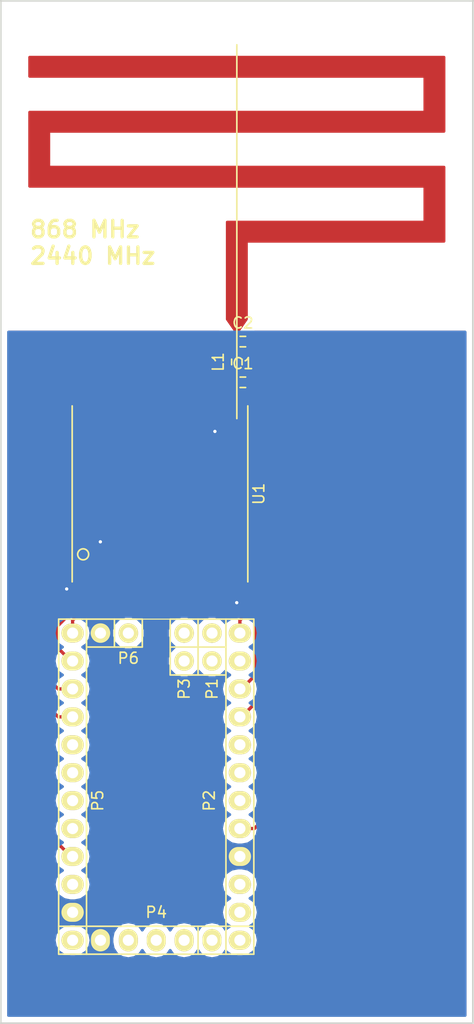
<source format=kicad_pcb>
(kicad_pcb (version 20170123) (host pcbnew "(2017-08-08 revision 53204e097)-makepkg")

  (general
    (thickness 1.6)
    (drawings 16)
    (tracks 82)
    (zones 0)
    (modules 10)
    (nets 30)
  )

  (page A4)
  (title_block
    (date "sam. 04 avril 2015")
  )

  (layers
    (0 F.Cu signal)
    (31 B.Cu signal)
    (32 B.Adhes user)
    (33 F.Adhes user)
    (34 B.Paste user)
    (35 F.Paste user)
    (36 B.SilkS user)
    (37 F.SilkS user)
    (38 B.Mask user)
    (39 F.Mask user)
    (40 Dwgs.User user)
    (41 Cmts.User user)
    (42 Eco1.User user)
    (43 Eco2.User user)
    (44 Edge.Cuts user)
    (45 Margin user)
    (46 B.CrtYd user)
    (47 F.CrtYd user)
    (48 B.Fab user)
    (49 F.Fab user hide)
  )

  (setup
    (last_trace_width 0.3)
    (user_trace_width 0.3)
    (user_trace_width 1)
    (trace_clearance 0.3)
    (zone_clearance 0.1)
    (zone_45_only no)
    (trace_min 0.2)
    (segment_width 0.1)
    (edge_width 0.1)
    (via_size 0.6)
    (via_drill 0.3)
    (via_min_size 0.4)
    (via_min_drill 0.3)
    (uvia_size 0.3)
    (uvia_drill 0.1)
    (uvias_allowed no)
    (uvia_min_size 0.2)
    (uvia_min_drill 0.1)
    (pcb_text_width 0.3)
    (pcb_text_size 1.5 1.5)
    (mod_edge_width 0.15)
    (mod_text_size 1 1)
    (mod_text_width 0.15)
    (pad_size 1.5 1.5)
    (pad_drill 0.6)
    (pad_to_mask_clearance 0)
    (aux_axis_origin 150 50)
    (grid_origin 150 50)
    (visible_elements 7FFFFFFF)
    (pcbplotparams
      (layerselection 0x00030_80000001)
      (usegerberextensions false)
      (excludeedgelayer true)
      (linewidth 0.100000)
      (plotframeref false)
      (viasonmask false)
      (mode 1)
      (useauxorigin false)
      (hpglpennumber 1)
      (hpglpenspeed 20)
      (hpglpendiameter 15)
      (psnegative false)
      (psa4output false)
      (plotreference true)
      (plotvalue true)
      (plotinvisibletext false)
      (padsonsilk false)
      (subtractmaskfromsilk false)
      (outputformat 1)
      (mirror false)
      (drillshape 1)
      (scaleselection 1)
      (outputdirectory ""))
  )

  (net 0 "")
  (net 1 "/1(Tx)")
  (net 2 "/0(Rx)")
  (net 3 /Reset)
  (net 4 GND)
  (net 5 /2)
  (net 6 "/6(**)")
  (net 7 /7)
  (net 8 "/9(**)")
  (net 9 +5V)
  (net 10 "/13(SCK)")
  (net 11 "/12(**/MOSI)")
  (net 12 "/11(MISO)")
  (net 13 "/10(**/SS)")
  (net 14 +3V3)
  (net 15 /ANT)
  (net 16 "Net-(C1-Pad1)")
  (net 17 /A4)
  (net 18 /A5)
  (net 19 /A6)
  (net 20 "/3(**)")
  (net 21 /4)
  (net 22 "/5(**)")
  (net 23 /8)
  (net 24 /A7)
  (net 25 +9V)
  (net 26 /A3)
  (net 27 /A2)
  (net 28 /A1)
  (net 29 /A0)

  (net_class Default "This is the default net class."
    (clearance 0.3)
    (trace_width 0.3)
    (via_dia 0.6)
    (via_drill 0.3)
    (uvia_dia 0.3)
    (uvia_drill 0.1)
    (add_net +3V3)
    (add_net +5V)
    (add_net +9V)
    (add_net "/0(Rx)")
    (add_net "/1(Tx)")
    (add_net "/10(**/SS)")
    (add_net "/11(MISO)")
    (add_net "/12(**/MOSI)")
    (add_net "/13(SCK)")
    (add_net /2)
    (add_net "/3(**)")
    (add_net /4)
    (add_net "/5(**)")
    (add_net "/6(**)")
    (add_net /7)
    (add_net /8)
    (add_net "/9(**)")
    (add_net /A0)
    (add_net /A1)
    (add_net /A2)
    (add_net /A3)
    (add_net /A4)
    (add_net /A5)
    (add_net /A6)
    (add_net /A7)
    (add_net /ANT)
    (add_net /Reset)
    (add_net GND)
    (add_net "Net-(C1-Pad1)")
  )

  (module Socket_Arduino_Mini:Socket_Strip_Arduino_1x12 locked (layer F.Cu) (tedit 55200D87) (tstamp 5520096F)
    (at 150.278104 129.45465 90)
    (descr "Through hole socket strip")
    (tags "socket strip")
    (path /56D73B32)
    (fp_text reference P2 (at 12.7 -2.794 90) (layer F.SilkS)
      (effects (font (size 1 1) (thickness 0.15)))
    )
    (fp_text value Digital (at 12.7 -4.064 90) (layer F.Fab)
      (effects (font (size 1 1) (thickness 0.15)))
    )
    (fp_line (start 1.27 -1.27) (end -1.27 -1.27) (layer F.SilkS) (width 0.15))
    (fp_line (start -1.27 -1.27) (end -1.27 1.27) (layer F.SilkS) (width 0.15))
    (fp_line (start -1.27 1.27) (end 1.27 1.27) (layer F.SilkS) (width 0.15))
    (fp_line (start -1.75 -1.75) (end -1.75 1.75) (layer F.CrtYd) (width 0.05))
    (fp_line (start 29.7 -1.75) (end 29.7 1.75) (layer F.CrtYd) (width 0.05))
    (fp_line (start -1.75 -1.75) (end 29.7 -1.75) (layer F.CrtYd) (width 0.05))
    (fp_line (start -1.75 1.75) (end 29.7 1.75) (layer F.CrtYd) (width 0.05))
    (fp_line (start 1.27 1.27) (end 29.21 1.27) (layer F.SilkS) (width 0.15))
    (fp_line (start 29.21 1.27) (end 29.21 -1.27) (layer F.SilkS) (width 0.15))
    (fp_line (start 29.21 -1.27) (end 1.27 -1.27) (layer F.SilkS) (width 0.15))
    (fp_line (start 1.27 1.27) (end 1.27 -1.27) (layer F.SilkS) (width 0.15))
    (pad 1 thru_hole oval (at 0 0 90) (size 1.7272 2.032) (drill 1.016) (layers *.Cu *.Mask F.SilkS)
      (net 1 "/1(Tx)"))
    (pad 2 thru_hole oval (at 2.54 0 90) (size 1.7272 2.032) (drill 1.016) (layers *.Cu *.Mask F.SilkS)
      (net 2 "/0(Rx)"))
    (pad 3 thru_hole oval (at 5.08 0 90) (size 1.7272 2.032) (drill 1.016) (layers *.Cu *.Mask F.SilkS)
      (net 3 /Reset))
    (pad 4 thru_hole oval (at 7.62 0 90) (size 1.7272 2.032) (drill 1.016) (layers *.Cu *.Mask F.SilkS)
      (net 4 GND))
    (pad 5 thru_hole oval (at 10.16 0 90) (size 1.7272 2.032) (drill 1.016) (layers *.Cu *.Mask F.SilkS)
      (net 5 /2))
    (pad 6 thru_hole oval (at 12.7 0 90) (size 1.7272 2.032) (drill 1.016) (layers *.Cu *.Mask F.SilkS)
      (net 20 "/3(**)"))
    (pad 7 thru_hole oval (at 15.24 0 90) (size 1.7272 2.032) (drill 1.016) (layers *.Cu *.Mask F.SilkS)
      (net 21 /4))
    (pad 8 thru_hole oval (at 17.78 0 90) (size 1.7272 2.032) (drill 1.016) (layers *.Cu *.Mask F.SilkS)
      (net 22 "/5(**)"))
    (pad 9 thru_hole oval (at 20.32 0 90) (size 1.7272 2.032) (drill 1.016) (layers *.Cu *.Mask F.SilkS)
      (net 6 "/6(**)"))
    (pad 10 thru_hole oval (at 22.86 0 90) (size 1.7272 2.032) (drill 1.016) (layers *.Cu *.Mask F.SilkS)
      (net 7 /7))
    (pad 11 thru_hole oval (at 25.4 0 90) (size 1.7272 2.032) (drill 1.016) (layers *.Cu *.Mask F.SilkS)
      (net 23 /8))
    (pad 12 thru_hole oval (at 27.94 0 90) (size 1.7272 2.032) (drill 1.016) (layers *.Cu *.Mask F.SilkS)
      (net 8 "/9(**)"))
    (model ${KIPRJMOD}/Socket_Arduino_Mini.3dshapes/Socket_header_Arduino_1x12.wrl
      (at (xyz 0.55 0 0))
      (scale (xyz 1 1 1))
      (rotate (xyz 0 0 180))
    )
  )

  (module Socket_Arduino_Mini:Socket_Strip_Arduino_1x05 locked (layer F.Cu) (tedit 55200D73) (tstamp 55200994)
    (at 147.738104 129.45465 180)
    (descr "Through hole socket strip")
    (tags "socket strip")
    (path /56D745D9)
    (fp_text reference P4 (at 5.08 2.54 180) (layer F.SilkS)
      (effects (font (size 1 1) (thickness 0.15)))
    )
    (fp_text value COM (at 5.08 3.81 180) (layer F.Fab)
      (effects (font (size 1 1) (thickness 0.15)))
    )
    (fp_line (start 1.27 -1.27) (end -1.27 -1.27) (layer F.SilkS) (width 0.15))
    (fp_line (start -1.27 -1.27) (end -1.27 1.27) (layer F.SilkS) (width 0.15))
    (fp_line (start -1.27 1.27) (end 1.27 1.27) (layer F.SilkS) (width 0.15))
    (fp_line (start -1.75 -1.75) (end -1.75 1.75) (layer F.CrtYd) (width 0.05))
    (fp_line (start 11.95 -1.75) (end 11.95 1.75) (layer F.CrtYd) (width 0.05))
    (fp_line (start -1.75 -1.75) (end 11.95 -1.75) (layer F.CrtYd) (width 0.05))
    (fp_line (start -1.75 1.75) (end 11.95 1.75) (layer F.CrtYd) (width 0.05))
    (fp_line (start 1.27 1.27) (end 11.43 1.27) (layer F.SilkS) (width 0.15))
    (fp_line (start 11.43 1.27) (end 11.43 -1.27) (layer F.SilkS) (width 0.15))
    (fp_line (start 11.43 -1.27) (end 1.27 -1.27) (layer F.SilkS) (width 0.15))
    (fp_line (start 1.27 1.27) (end 1.27 -1.27) (layer F.SilkS) (width 0.15))
    (pad 1 thru_hole oval (at 0 0 180) (size 1.7272 2.032) (drill 1.016) (layers *.Cu *.Mask F.SilkS)
      (net 3 /Reset))
    (pad 2 thru_hole oval (at 2.54 0 180) (size 1.7272 2.032) (drill 1.016) (layers *.Cu *.Mask F.SilkS)
      (net 1 "/1(Tx)"))
    (pad 3 thru_hole oval (at 5.08 0 180) (size 1.7272 2.032) (drill 1.016) (layers *.Cu *.Mask F.SilkS)
      (net 2 "/0(Rx)"))
    (pad 4 thru_hole oval (at 7.62 0 180) (size 1.7272 2.032) (drill 1.016) (layers *.Cu *.Mask F.SilkS)
      (net 9 +5V))
    (pad 5 thru_hole oval (at 10.16 0 180) (size 1.7272 2.032) (drill 1.016) (layers *.Cu *.Mask F.SilkS)
      (net 4 GND))
  )

  (module Socket_Arduino_Mini:Socket_Strip_Arduino_1x12 locked (layer F.Cu) (tedit 55200D8E) (tstamp 552009AF)
    (at 135.038104 129.45465 90)
    (descr "Through hole socket strip")
    (tags "socket strip")
    (path /56D73C34)
    (fp_text reference P5 (at 12.7 2.286 90) (layer F.SilkS)
      (effects (font (size 1 1) (thickness 0.15)))
    )
    (fp_text value Analog (at 12.7 3.556 90) (layer F.Fab)
      (effects (font (size 1 1) (thickness 0.15)))
    )
    (fp_line (start 1.27 -1.27) (end -1.27 -1.27) (layer F.SilkS) (width 0.15))
    (fp_line (start -1.27 -1.27) (end -1.27 1.27) (layer F.SilkS) (width 0.15))
    (fp_line (start -1.27 1.27) (end 1.27 1.27) (layer F.SilkS) (width 0.15))
    (fp_line (start -1.75 -1.75) (end -1.75 1.75) (layer F.CrtYd) (width 0.05))
    (fp_line (start 29.7 -1.75) (end 29.7 1.75) (layer F.CrtYd) (width 0.05))
    (fp_line (start -1.75 -1.75) (end 29.7 -1.75) (layer F.CrtYd) (width 0.05))
    (fp_line (start -1.75 1.75) (end 29.7 1.75) (layer F.CrtYd) (width 0.05))
    (fp_line (start 1.27 1.27) (end 29.21 1.27) (layer F.SilkS) (width 0.15))
    (fp_line (start 29.21 1.27) (end 29.21 -1.27) (layer F.SilkS) (width 0.15))
    (fp_line (start 29.21 -1.27) (end 1.27 -1.27) (layer F.SilkS) (width 0.15))
    (fp_line (start 1.27 1.27) (end 1.27 -1.27) (layer F.SilkS) (width 0.15))
    (pad 1 thru_hole oval (at 0 0 90) (size 1.7272 2.032) (drill 1.016) (layers *.Cu *.Mask F.SilkS)
      (net 25 +9V))
    (pad 2 thru_hole oval (at 2.54 0 90) (size 1.7272 2.032) (drill 1.016) (layers *.Cu *.Mask F.SilkS)
      (net 4 GND))
    (pad 3 thru_hole oval (at 5.08 0 90) (size 1.7272 2.032) (drill 1.016) (layers *.Cu *.Mask F.SilkS)
      (net 3 /Reset))
    (pad 4 thru_hole oval (at 7.62 0 90) (size 1.7272 2.032) (drill 1.016) (layers *.Cu *.Mask F.SilkS)
      (net 14 +3V3))
    (pad 5 thru_hole oval (at 10.16 0 90) (size 1.7272 2.032) (drill 1.016) (layers *.Cu *.Mask F.SilkS)
      (net 26 /A3))
    (pad 6 thru_hole oval (at 12.7 0 90) (size 1.7272 2.032) (drill 1.016) (layers *.Cu *.Mask F.SilkS)
      (net 27 /A2))
    (pad 7 thru_hole oval (at 15.24 0 90) (size 1.7272 2.032) (drill 1.016) (layers *.Cu *.Mask F.SilkS)
      (net 28 /A1))
    (pad 8 thru_hole oval (at 17.78 0 90) (size 1.7272 2.032) (drill 1.016) (layers *.Cu *.Mask F.SilkS)
      (net 29 /A0))
    (pad 9 thru_hole oval (at 20.32 0 90) (size 1.7272 2.032) (drill 1.016) (layers *.Cu *.Mask F.SilkS)
      (net 10 "/13(SCK)"))
    (pad 10 thru_hole oval (at 22.86 0 90) (size 1.7272 2.032) (drill 1.016) (layers *.Cu *.Mask F.SilkS)
      (net 11 "/12(**/MOSI)"))
    (pad 11 thru_hole oval (at 25.4 0 90) (size 1.7272 2.032) (drill 1.016) (layers *.Cu *.Mask F.SilkS)
      (net 12 "/11(MISO)"))
    (pad 12 thru_hole oval (at 27.94 0 90) (size 1.7272 2.032) (drill 1.016) (layers *.Cu *.Mask F.SilkS)
      (net 13 "/10(**/SS)"))
    (model ${KIPRJMOD}/Socket_Arduino_Mini.3dshapes/Socket_header_Arduino_1x12.wrl
      (at (xyz 0.55 0 0))
      (scale (xyz 1 1 1))
      (rotate (xyz 0 0 180))
    )
  )

  (module Socket_Arduino_Mini:Socket_Strip_Arduino_1x02 locked (layer F.Cu) (tedit 55200D4B) (tstamp 55200D56)
    (at 147.738104 104.05465 90)
    (descr "Through hole socket strip")
    (tags "socket strip")
    (path /56D735B5)
    (fp_text reference P1 (at -2.54 0 90) (layer F.SilkS)
      (effects (font (size 1 1) (thickness 0.15)))
    )
    (fp_text value ADC (at -5.08 0 90) (layer F.Fab)
      (effects (font (size 1 1) (thickness 0.15)))
    )
    (fp_line (start 1.27 -1.27) (end -1.27 -1.27) (layer F.SilkS) (width 0.15))
    (fp_line (start -1.27 -1.27) (end -1.27 1.27) (layer F.SilkS) (width 0.15))
    (fp_line (start -1.27 1.27) (end 1.27 1.27) (layer F.SilkS) (width 0.15))
    (fp_line (start 3.81 1.27) (end 1.27 1.27) (layer F.SilkS) (width 0.15))
    (fp_line (start -1.75 -1.75) (end -1.75 1.75) (layer F.CrtYd) (width 0.05))
    (fp_line (start 4.3 -1.75) (end 4.3 1.75) (layer F.CrtYd) (width 0.05))
    (fp_line (start -1.75 -1.75) (end 4.3 -1.75) (layer F.CrtYd) (width 0.05))
    (fp_line (start -1.75 1.75) (end 4.3 1.75) (layer F.CrtYd) (width 0.05))
    (fp_line (start 1.27 1.27) (end 1.27 -1.27) (layer F.SilkS) (width 0.15))
    (fp_line (start 1.27 -1.27) (end 3.81 -1.27) (layer F.SilkS) (width 0.15))
    (fp_line (start 3.81 -1.27) (end 3.81 1.27) (layer F.SilkS) (width 0.15))
    (pad 1 thru_hole circle (at 0 0 90) (size 1.778 1.778) (drill 1.016) (layers *.Cu *.Mask F.SilkS)
      (net 19 /A6))
    (pad 2 thru_hole circle (at 2.54 0 90) (size 1.778 1.778) (drill 1.016) (layers *.Cu *.Mask F.SilkS)
      (net 17 /A4))
  )

  (module Socket_Arduino_Mini:Socket_Strip_Arduino_1x02 locked (layer F.Cu) (tedit 55200D52) (tstamp 55200D67)
    (at 145.198104 104.05465 90)
    (descr "Through hole socket strip")
    (tags "socket strip")
    (path /56D737EA)
    (fp_text reference P3 (at -2.54 0 90) (layer F.SilkS)
      (effects (font (size 1 1) (thickness 0.15)))
    )
    (fp_text value ADC (at -5.08 0 90) (layer F.Fab)
      (effects (font (size 1 1) (thickness 0.15)))
    )
    (fp_line (start 1.27 -1.27) (end -1.27 -1.27) (layer F.SilkS) (width 0.15))
    (fp_line (start -1.27 -1.27) (end -1.27 1.27) (layer F.SilkS) (width 0.15))
    (fp_line (start -1.27 1.27) (end 1.27 1.27) (layer F.SilkS) (width 0.15))
    (fp_line (start 3.81 1.27) (end 1.27 1.27) (layer F.SilkS) (width 0.15))
    (fp_line (start -1.75 -1.75) (end -1.75 1.75) (layer F.CrtYd) (width 0.05))
    (fp_line (start 4.3 -1.75) (end 4.3 1.75) (layer F.CrtYd) (width 0.05))
    (fp_line (start -1.75 -1.75) (end 4.3 -1.75) (layer F.CrtYd) (width 0.05))
    (fp_line (start -1.75 1.75) (end 4.3 1.75) (layer F.CrtYd) (width 0.05))
    (fp_line (start 1.27 1.27) (end 1.27 -1.27) (layer F.SilkS) (width 0.15))
    (fp_line (start 1.27 -1.27) (end 3.81 -1.27) (layer F.SilkS) (width 0.15))
    (fp_line (start 3.81 -1.27) (end 3.81 1.27) (layer F.SilkS) (width 0.15))
    (pad 1 thru_hole circle (at 0 0 90) (size 1.778 1.778) (drill 1.016) (layers *.Cu *.Mask F.SilkS)
      (net 24 /A7))
    (pad 2 thru_hole circle (at 2.54 0 90) (size 1.778 1.778) (drill 1.016) (layers *.Cu *.Mask F.SilkS)
      (net 18 /A5))
  )

  (module Socket_Arduino_Mini:Socket_Strip_Arduino_1x02 locked (layer F.Cu) (tedit 55200D5C) (tstamp 55200D78)
    (at 140.118104 101.51465 180)
    (descr "Through hole socket strip")
    (tags "socket strip")
    (path /56D7390A)
    (fp_text reference P6 (at 0 -2.286 180) (layer F.SilkS)
      (effects (font (size 1 1) (thickness 0.15)))
    )
    (fp_text value PWR (at 0 -3.81 180) (layer F.Fab)
      (effects (font (size 1 1) (thickness 0.15)))
    )
    (fp_line (start 1.27 -1.27) (end -1.27 -1.27) (layer F.SilkS) (width 0.15))
    (fp_line (start -1.27 -1.27) (end -1.27 1.27) (layer F.SilkS) (width 0.15))
    (fp_line (start -1.27 1.27) (end 1.27 1.27) (layer F.SilkS) (width 0.15))
    (fp_line (start 3.81 1.27) (end 1.27 1.27) (layer F.SilkS) (width 0.15))
    (fp_line (start -1.75 -1.75) (end -1.75 1.75) (layer F.CrtYd) (width 0.05))
    (fp_line (start 4.3 -1.75) (end 4.3 1.75) (layer F.CrtYd) (width 0.05))
    (fp_line (start -1.75 -1.75) (end 4.3 -1.75) (layer F.CrtYd) (width 0.05))
    (fp_line (start -1.75 1.75) (end 4.3 1.75) (layer F.CrtYd) (width 0.05))
    (fp_line (start 1.27 1.27) (end 1.27 -1.27) (layer F.SilkS) (width 0.15))
    (fp_line (start 1.27 -1.27) (end 3.81 -1.27) (layer F.SilkS) (width 0.15))
    (fp_line (start 3.81 -1.27) (end 3.81 1.27) (layer F.SilkS) (width 0.15))
    (pad 1 thru_hole circle (at 0 0 180) (size 1.778 1.778) (drill 1.016) (layers *.Cu *.Mask F.SilkS)
      (net 9 +5V))
    (pad 2 thru_hole circle (at 2.54 0 180) (size 1.778 1.778) (drill 1.016) (layers *.Cu *.Mask F.SilkS)
      (net 4 GND))
  )

  (module footprints:RFM95W (layer F.Cu) (tedit 55FF1E5D) (tstamp 5A1F8DFD)
    (at 143 88.85 90)
    (path /5A1D2B73)
    (attr smd)
    (fp_text reference U1 (at 0 9 90) (layer F.SilkS)
      (effects (font (size 1 1) (thickness 0.15)))
    )
    (fp_text value RFM95W-868S2 (at 0 -9 90) (layer F.Fab)
      (effects (font (size 1 1) (thickness 0.15)))
    )
    (fp_circle (center -5.5 -7) (end -5.5 -6.5) (layer F.SilkS) (width 0.15))
    (fp_line (start -8 8) (end 8 8) (layer F.SilkS) (width 0.15))
    (fp_line (start -8 -8) (end 8 -8) (layer F.SilkS) (width 0.15))
    (pad 1 smd rect (at -8 -7 90) (size 2.5 1.2) (layers F.Cu F.Paste F.Mask)
      (net 4 GND))
    (pad 2 smd rect (at -8 -5 90) (size 2.5 1.2) (layers F.Cu F.Paste F.Mask)
      (net 12 "/11(MISO)"))
    (pad 3 smd rect (at -8 -3 90) (size 2.5 1.2) (layers F.Cu F.Paste F.Mask)
      (net 11 "/12(**/MOSI)"))
    (pad 4 smd rect (at -8 -1 90) (size 2.5 1.2) (layers F.Cu F.Paste F.Mask)
      (net 10 "/13(SCK)"))
    (pad 5 smd rect (at -8 1 90) (size 2.5 1.2) (layers F.Cu F.Paste F.Mask)
      (net 13 "/10(**/SS)"))
    (pad 6 smd rect (at -8 3 90) (size 2.5 1.2) (layers F.Cu F.Paste F.Mask)
      (net 8 "/9(**)"))
    (pad 7 smd rect (at -8 5 90) (size 2.5 1.2) (layers F.Cu F.Paste F.Mask))
    (pad 8 smd rect (at -8 7 90) (size 2.5 1.2) (layers F.Cu F.Paste F.Mask)
      (net 4 GND))
    (pad 9 smd rect (at 8 7 90) (size 2.5 1.2) (layers F.Cu F.Paste F.Mask)
      (net 16 "Net-(C1-Pad1)"))
    (pad 10 smd rect (at 8 5 90) (size 2.5 1.2) (layers F.Cu F.Paste F.Mask)
      (net 4 GND))
    (pad 11 smd rect (at 8 3 90) (size 2.5 1.2) (layers F.Cu F.Paste F.Mask))
    (pad 12 smd rect (at 8 1 90) (size 2.5 1.2) (layers F.Cu F.Paste F.Mask))
    (pad 13 smd rect (at 8 -1 90) (size 2.5 1.2) (layers F.Cu F.Paste F.Mask)
      (net 14 +3V3))
    (pad 14 smd rect (at 8 -3 90) (size 2.5 1.2) (layers F.Cu F.Paste F.Mask)
      (net 5 /2))
    (pad 15 smd rect (at 8 -5 90) (size 2.5 1.2) (layers F.Cu F.Paste F.Mask)
      (net 6 "/6(**)"))
    (pad 16 smd rect (at 8 -7 90) (size 2.5 1.2) (layers F.Cu F.Paste F.Mask)
      (net 7 /7))
    (model C:/Engineering/KiCAD_Libraries/3D/Modules/VRML/RFM95W.wrl
      (at (xyz 0 0 0))
      (scale (xyz 1 1 1))
      (rotate (xyz 0 0 0))
    )
  )

  (module Capacitors_SMD:C_0402 (layer F.Cu) (tedit 5415D599) (tstamp 5A242303)
    (at 150.55 78.7)
    (descr "Capacitor SMD 0402, reflow soldering, AVX (see smccp.pdf)")
    (tags "capacitor 0402")
    (path /5A1D4CFC)
    (attr smd)
    (fp_text reference C1 (at 0 -1.7) (layer F.SilkS)
      (effects (font (size 1 1) (thickness 0.15)))
    )
    (fp_text value C (at 0 1.7) (layer F.Fab)
      (effects (font (size 1 1) (thickness 0.15)))
    )
    (fp_line (start -1.15 -0.6) (end 1.15 -0.6) (layer F.CrtYd) (width 0.05))
    (fp_line (start -1.15 0.6) (end 1.15 0.6) (layer F.CrtYd) (width 0.05))
    (fp_line (start -1.15 -0.6) (end -1.15 0.6) (layer F.CrtYd) (width 0.05))
    (fp_line (start 1.15 -0.6) (end 1.15 0.6) (layer F.CrtYd) (width 0.05))
    (fp_line (start 0.25 -0.475) (end -0.25 -0.475) (layer F.SilkS) (width 0.15))
    (fp_line (start -0.25 0.475) (end 0.25 0.475) (layer F.SilkS) (width 0.15))
    (pad 1 smd rect (at -0.55 0) (size 0.6 0.5) (layers F.Cu F.Paste F.Mask)
      (net 16 "Net-(C1-Pad1)"))
    (pad 2 smd rect (at 0.55 0) (size 0.6 0.5) (layers F.Cu F.Paste F.Mask)
      (net 4 GND))
    (model Capacitors_SMD.3dshapes/C_0402.wrl
      (at (xyz 0 0 0))
      (scale (xyz 1 1 1))
      (rotate (xyz 0 0 0))
    )
  )

  (module Capacitors_SMD:C_0402 (layer F.Cu) (tedit 5415D599) (tstamp 5A24230F)
    (at 150.55 75)
    (descr "Capacitor SMD 0402, reflow soldering, AVX (see smccp.pdf)")
    (tags "capacitor 0402")
    (path /5A1D4D32)
    (attr smd)
    (fp_text reference C2 (at 0 -1.7) (layer F.SilkS)
      (effects (font (size 1 1) (thickness 0.15)))
    )
    (fp_text value C (at 0 1.7) (layer F.Fab)
      (effects (font (size 1 1) (thickness 0.15)))
    )
    (fp_line (start -0.25 0.475) (end 0.25 0.475) (layer F.SilkS) (width 0.15))
    (fp_line (start 0.25 -0.475) (end -0.25 -0.475) (layer F.SilkS) (width 0.15))
    (fp_line (start 1.15 -0.6) (end 1.15 0.6) (layer F.CrtYd) (width 0.05))
    (fp_line (start -1.15 -0.6) (end -1.15 0.6) (layer F.CrtYd) (width 0.05))
    (fp_line (start -1.15 0.6) (end 1.15 0.6) (layer F.CrtYd) (width 0.05))
    (fp_line (start -1.15 -0.6) (end 1.15 -0.6) (layer F.CrtYd) (width 0.05))
    (pad 2 smd rect (at 0.55 0) (size 0.6 0.5) (layers F.Cu F.Paste F.Mask)
      (net 4 GND))
    (pad 1 smd rect (at -0.55 0) (size 0.6 0.5) (layers F.Cu F.Paste F.Mask)
      (net 15 /ANT))
    (model Capacitors_SMD.3dshapes/C_0402.wrl
      (at (xyz 0 0 0))
      (scale (xyz 1 1 1))
      (rotate (xyz 0 0 0))
    )
  )

  (module Capacitors_SMD:C_0402 (layer F.Cu) (tedit 5415D599) (tstamp 5A24231B)
    (at 150 76.85 90)
    (descr "Capacitor SMD 0402, reflow soldering, AVX (see smccp.pdf)")
    (tags "capacitor 0402")
    (path /5A1D4D69)
    (attr smd)
    (fp_text reference L1 (at 0 -1.7 90) (layer F.SilkS)
      (effects (font (size 1 1) (thickness 0.15)))
    )
    (fp_text value L (at 0 1.7 90) (layer F.Fab)
      (effects (font (size 1 1) (thickness 0.15)))
    )
    (fp_line (start -1.15 -0.6) (end 1.15 -0.6) (layer F.CrtYd) (width 0.05))
    (fp_line (start -1.15 0.6) (end 1.15 0.6) (layer F.CrtYd) (width 0.05))
    (fp_line (start -1.15 -0.6) (end -1.15 0.6) (layer F.CrtYd) (width 0.05))
    (fp_line (start 1.15 -0.6) (end 1.15 0.6) (layer F.CrtYd) (width 0.05))
    (fp_line (start 0.25 -0.475) (end -0.25 -0.475) (layer F.SilkS) (width 0.15))
    (fp_line (start -0.25 0.475) (end 0.25 0.475) (layer F.SilkS) (width 0.15))
    (pad 1 smd rect (at -0.55 0 90) (size 0.6 0.5) (layers F.Cu F.Paste F.Mask)
      (net 16 "Net-(C1-Pad1)"))
    (pad 2 smd rect (at 0.55 0 90) (size 0.6 0.5) (layers F.Cu F.Paste F.Mask)
      (net 15 /ANT))
    (model Capacitors_SMD.3dshapes/C_0402.wrl
      (at (xyz 0 0 0))
      (scale (xyz 1 1 1))
      (rotate (xyz 0 0 0))
    )
  )

  (gr_text "868 MHz\n2440 MHz" (at 131 66) (layer F.SilkS)
    (effects (font (size 1.5 1.5) (thickness 0.3)) (justify left))
  )
  (gr_line (start 133.768104 100.24465) (end 133.768104 130.72465) (angle 90) (layer F.SilkS) (width 0.1))
  (gr_line (start 128.5 44) (end 128.5 137) (layer Edge.Cuts) (width 0.15))
  (gr_line (start 171.546486 44) (end 128.5 44) (layer Edge.Cuts) (width 0.15))
  (gr_line (start 171.5 137) (end 171.5 44) (layer Edge.Cuts) (width 0.15))
  (gr_line (start 128.5 137) (end 171.5 137) (layer Edge.Cuts) (width 0.15))
  (gr_line (start 150 48) (end 150 82) (layer F.SilkS) (width 0.15))
  (gr_text 1 (at 152.564104 129.70865 180) (layer Dwgs.User)
    (effects (font (size 1.5 1.5) (thickness 0.3)))
  )
  (gr_line (start 145.960104 127.04165) (end 148.500104 127.04165) (angle 90) (layer Dwgs.User) (width 0.15))
  (gr_line (start 145.960104 124.24765) (end 145.960104 127.04165) (angle 90) (layer Dwgs.User) (width 0.15))
  (gr_line (start 148.500104 124.24765) (end 148.500104 127.04165) (angle 90) (layer Dwgs.User) (width 0.15))
  (gr_line (start 145.960104 124.24765) (end 148.500104 124.24765) (angle 90) (layer Dwgs.User) (width 0.15))
  (gr_circle (center 147.230104 125.64465) (end 147.992104 125.64465) (layer Dwgs.User) (width 0.15))
  (gr_line (start 151.548104 130.72465) (end 151.548104 100.24465) (angle 90) (layer F.SilkS) (width 0.1))
  (gr_line (start 133.768104 130.72465) (end 151.548104 130.72465) (angle 90) (layer F.SilkS) (width 0.1))
  (gr_line (start 151.548104 100.24465) (end 133.768104 100.24465) (angle 90) (layer F.SilkS) (width 0.1))

  (segment (start 134.5 97.45) (end 134.5 97.5) (width 0.3) (layer F.Cu) (net 4))
  (segment (start 135.1 96.85) (end 134.5 97.45) (width 0.3) (layer F.Cu) (net 4))
  (segment (start 136 96.85) (end 135.1 96.85) (width 0.3) (layer F.Cu) (net 4))
  (via (at 134.5 97.5) (size 0.6) (drill 0.3) (layers F.Cu B.Cu) (net 4))
  (segment (start 148 80.85) (end 148 83.167176) (width 0.3) (layer F.Cu) (net 4))
  (segment (start 148 83.167176) (end 148.002614 83.16979) (width 0.3) (layer F.Cu) (net 4))
  (via (at 148.002614 83.16979) (size 0.6) (drill 0.3) (layers F.Cu B.Cu) (net 4))
  (segment (start 150 96.85) (end 150 98.738468) (width 0.3) (layer F.Cu) (net 4))
  (segment (start 150 98.738468) (end 149.990969 98.747499) (width 0.3) (layer F.Cu) (net 4))
  (via (at 149.990969 98.747499) (size 0.6) (drill 0.3) (layers F.Cu B.Cu) (net 4))
  (segment (start 137.578104 101.51465) (end 137.578104 93.222468) (width 0.3) (layer B.Cu) (net 4))
  (segment (start 137.578104 93.222468) (end 137.56703 93.211394) (width 0.3) (layer B.Cu) (net 4))
  (via (at 137.56703 93.211394) (size 0.6) (drill 0.3) (layers F.Cu B.Cu) (net 4))
  (segment (start 152.482602 78.694062) (end 152.476664 78.7) (width 0.3) (layer F.Cu) (net 4))
  (segment (start 152.476664 78.7) (end 151.1 78.7) (width 0.3) (layer F.Cu) (net 4))
  (segment (start 152.482602 74.993568) (end 152.482602 78.694062) (width 0.3) (layer F.Cu) (net 4))
  (segment (start 151.706432 74.993568) (end 152.482602 74.993568) (width 0.3) (layer F.Cu) (net 4))
  (segment (start 151.1 75) (end 151.7 75) (width 0.3) (layer F.Cu) (net 4))
  (segment (start 151.7 75) (end 151.706432 74.993568) (width 0.3) (layer F.Cu) (net 4))
  (segment (start 150.278104 119.29465) (end 151.594104 119.29465) (width 0.3) (layer F.Cu) (net 5))
  (segment (start 153 94.5) (end 140 81.5) (width 0.3) (layer F.Cu) (net 5))
  (segment (start 151.594104 119.29465) (end 153 117.888754) (width 0.3) (layer F.Cu) (net 5))
  (segment (start 153 117.888754) (end 153 94.5) (width 0.3) (layer F.Cu) (net 5))
  (segment (start 140 81.5) (end 140 80.85) (width 0.3) (layer F.Cu) (net 5))
  (segment (start 152.344123 107.221031) (end 152.344123 94.837037) (width 0.3) (layer F.Cu) (net 6))
  (segment (start 140.507086 83) (end 139.5 83) (width 0.3) (layer F.Cu) (net 6))
  (segment (start 150.278104 109.13465) (end 150.430504 109.13465) (width 0.3) (layer F.Cu) (net 6))
  (segment (start 138 81.5) (end 138 80.85) (width 0.3) (layer F.Cu) (net 6))
  (segment (start 150.430504 109.13465) (end 152.344123 107.221031) (width 0.3) (layer F.Cu) (net 6))
  (segment (start 152.344123 94.837037) (end 140.507086 83) (width 0.3) (layer F.Cu) (net 6))
  (segment (start 139.5 83) (end 138 81.5) (width 0.3) (layer F.Cu) (net 6))
  (segment (start 138.100011 83.600011) (end 136 81.5) (width 0.3) (layer F.Cu) (net 7))
  (segment (start 136 81.5) (end 136 80.85) (width 0.3) (layer F.Cu) (net 7))
  (segment (start 140.258555 83.600011) (end 138.100011 83.600011) (width 0.3) (layer F.Cu) (net 7))
  (segment (start 151.744112 105.281042) (end 151.744112 95.085568) (width 0.3) (layer F.Cu) (net 7))
  (segment (start 150.430504 106.59465) (end 151.744112 105.281042) (width 0.3) (layer F.Cu) (net 7))
  (segment (start 150.278104 106.59465) (end 150.430504 106.59465) (width 0.3) (layer F.Cu) (net 7))
  (segment (start 151.744112 95.085568) (end 140.258555 83.600011) (width 0.3) (layer F.Cu) (net 7))
  (segment (start 150.278104 101.51465) (end 150.278104 100.35105) (width 0.3) (layer F.Cu) (net 8))
  (segment (start 151.050001 99.579153) (end 151.050001 95.239999) (width 0.3) (layer F.Cu) (net 8))
  (segment (start 150.278104 100.35105) (end 151.050001 99.579153) (width 0.3) (layer F.Cu) (net 8))
  (segment (start 151.050001 95.239999) (end 150.960001 95.149999) (width 0.3) (layer F.Cu) (net 8))
  (segment (start 150.960001 95.149999) (end 147.050001 95.149999) (width 0.3) (layer F.Cu) (net 8))
  (segment (start 147.050001 95.149999) (end 146 96.2) (width 0.3) (layer F.Cu) (net 8))
  (segment (start 146 96.2) (end 146 96.85) (width 0.3) (layer F.Cu) (net 8))
  (segment (start 135.038104 109.13465) (end 133.722104 109.13465) (width 0.3) (layer F.Cu) (net 10))
  (segment (start 133.722104 109.13465) (end 132.372074 107.78462) (width 0.3) (layer F.Cu) (net 10))
  (segment (start 132.372074 107.78462) (end 132.372075 96.969381) (width 0.3) (layer F.Cu) (net 10))
  (segment (start 132.372075 96.969381) (end 134.791467 94.549989) (width 0.3) (layer F.Cu) (net 10))
  (segment (start 134.791467 94.549989) (end 140.349989 94.549989) (width 0.3) (layer F.Cu) (net 10))
  (segment (start 142 96.2) (end 142 96.85) (width 0.3) (layer F.Cu) (net 10))
  (segment (start 140.349989 94.549989) (end 142 96.2) (width 0.3) (layer F.Cu) (net 10))
  (segment (start 135.038104 106.59465) (end 133.722104 106.59465) (width 0.3) (layer F.Cu) (net 11))
  (segment (start 133.722104 106.59465) (end 132.972084 105.84463) (width 0.3) (layer F.Cu) (net 11))
  (segment (start 132.972084 105.84463) (end 132.972084 97.217914) (width 0.3) (layer F.Cu) (net 11))
  (segment (start 132.972084 97.217914) (end 135.039999 95.149999) (width 0.3) (layer F.Cu) (net 11))
  (segment (start 138.949999 95.149999) (end 140 96.2) (width 0.3) (layer F.Cu) (net 11))
  (segment (start 135.039999 95.149999) (end 138.949999 95.149999) (width 0.3) (layer F.Cu) (net 11))
  (segment (start 140 96.2) (end 140 96.85) (width 0.3) (layer F.Cu) (net 11))
  (segment (start 135.038104 104.05465) (end 134.885704 104.05465) (width 0.3) (layer F.Cu) (net 12))
  (segment (start 134.885704 104.05465) (end 133.572094 102.74104) (width 0.3) (layer F.Cu) (net 12))
  (segment (start 135.640622 98.899989) (end 137.600011 98.899989) (width 0.3) (layer F.Cu) (net 12))
  (segment (start 133.572094 102.74104) (end 133.572094 100.968518) (width 0.3) (layer F.Cu) (net 12))
  (segment (start 133.572094 100.968518) (end 135.640622 98.899989) (width 0.3) (layer F.Cu) (net 12))
  (segment (start 137.600011 98.899989) (end 138 98.5) (width 0.3) (layer F.Cu) (net 12))
  (segment (start 138 98.5) (end 138 96.85) (width 0.3) (layer F.Cu) (net 12))
  (segment (start 142 99.5) (end 144 97.5) (width 0.3) (layer F.Cu) (net 13))
  (segment (start 144 97.5) (end 144 96.85) (width 0.3) (layer F.Cu) (net 13))
  (segment (start 135.038104 101.51465) (end 135.038104 100.35105) (width 0.3) (layer F.Cu) (net 13))
  (segment (start 135.038104 100.35105) (end 135.889154 99.5) (width 0.3) (layer F.Cu) (net 13))
  (segment (start 135.889154 99.5) (end 142 99.5) (width 0.3) (layer F.Cu) (net 13))
  (segment (start 135.038104 121.83465) (end 134.885704 121.83465) (width 0.3) (layer F.Cu) (net 14))
  (segment (start 134.885704 121.83465) (end 131.772066 118.721012) (width 0.3) (layer F.Cu) (net 14))
  (segment (start 131.772066 118.721012) (end 131.772066 82.417932) (width 0.3) (layer F.Cu) (net 14))
  (segment (start 131.772066 82.417932) (end 135.039999 79.149999) (width 0.3) (layer F.Cu) (net 14))
  (segment (start 135.039999 79.149999) (end 140.949999 79.149999) (width 0.3) (layer F.Cu) (net 14))
  (segment (start 140.949999 79.149999) (end 142 80.2) (width 0.3) (layer F.Cu) (net 14))
  (segment (start 142 80.2) (end 142 80.85) (width 0.3) (layer F.Cu) (net 14))
  (segment (start 150 76.3) (end 150 75) (width 0.3) (layer F.Cu) (net 15))
  (segment (start 150 75) (end 150 72.491238) (width 0.3) (layer F.Cu) (net 15))
  (segment (start 150 77.4) (end 150 78.7) (width 0.3) (layer F.Cu) (net 16))
  (segment (start 150 80.85) (end 150 78.7) (width 0.3) (layer F.Cu) (net 16))

  (zone (net 15) (net_name /ANT) (layer F.Cu) (tstamp 0) (hatch edge 0.508)
    (priority 1)
    (connect_pads yes (clearance 0.1))
    (min_thickness 0.254)
    (fill yes (arc_segments 16) (thermal_gap 0.1) (thermal_bridge_width 0.1))
    (polygon
      (pts
        (xy 169 56) (xy 133 56) (xy 133 59) (xy 169 59) (xy 169 66)
        (xy 151 66) (xy 151 73) (xy 150.3 74) (xy 150.3 76.6) (xy 149.7 76.6)
        (xy 149.7 74) (xy 149 73) (xy 149 64) (xy 167 64) (xy 167 61)
        (xy 131 61) (xy 131 54) (xy 167 54) (xy 167 51) (xy 131 51)
        (xy 131 49) (xy 169 49)
      )
    )
    (filled_polygon
      (pts
        (xy 168.873 55.873) (xy 133 55.873) (xy 132.951399 55.882667) (xy 132.910197 55.910197) (xy 132.882667 55.951399)
        (xy 132.873 56) (xy 132.873 59) (xy 132.882667 59.048601) (xy 132.910197 59.089803) (xy 132.951399 59.117333)
        (xy 133 59.127) (xy 168.873 59.127) (xy 168.873 65.873) (xy 151 65.873) (xy 150.951399 65.882667)
        (xy 150.910197 65.910197) (xy 150.882667 65.951399) (xy 150.873 66) (xy 150.873 72.959967) (xy 150.195958 73.92717)
        (xy 150.176007 73.972529) (xy 150.173 74) (xy 150.173 76.473) (xy 149.827 76.473) (xy 149.827 74)
        (xy 149.817333 73.951399) (xy 149.804042 73.92717) (xy 149.127 72.959967) (xy 149.127 64.127) (xy 167 64.127)
        (xy 167.048601 64.117333) (xy 167.089803 64.089803) (xy 167.117333 64.048601) (xy 167.127 64) (xy 167.127 61)
        (xy 167.117333 60.951399) (xy 167.089803 60.910197) (xy 167.048601 60.882667) (xy 167 60.873) (xy 131.127 60.873)
        (xy 131.127 54.127) (xy 167 54.127) (xy 167.048601 54.117333) (xy 167.089803 54.089803) (xy 167.117333 54.048601)
        (xy 167.127 54) (xy 167.127 51) (xy 167.117333 50.951399) (xy 167.089803 50.910197) (xy 167.048601 50.882667)
        (xy 167 50.873) (xy 131.127 50.873) (xy 131.127 49.127) (xy 168.873 49.127)
      )
    )
  )
  (zone (net 4) (net_name GND) (layer F.Cu) (tstamp 0) (hatch edge 0.508)
    (connect_pads yes (clearance 0.508))
    (min_thickness 0.254)
    (fill yes (arc_segments 16) (thermal_gap 0.508) (thermal_bridge_width 0.508))
    (polygon
      (pts
        (xy 128.5 74) (xy 171.5 74) (xy 171.5 137) (xy 128.5 137)
      )
    )
    (filled_polygon
      (pts
        (xy 148.373 79.2) (xy 148.387549 79.259024) (xy 148.418697 79.297564) (xy 148.756692 79.579227) (xy 148.75256 79.6)
        (xy 148.75256 82.1) (xy 148.801843 82.347765) (xy 148.942191 82.557809) (xy 149.152235 82.698157) (xy 149.4 82.74744)
        (xy 150.6 82.74744) (xy 150.847765 82.698157) (xy 151.057809 82.557809) (xy 151.198157 82.347765) (xy 151.24744 82.1)
        (xy 151.24744 79.6) (xy 151.243308 79.579227) (xy 151.581303 79.297564) (xy 151.617333 79.248601) (xy 151.627 79.2)
        (xy 151.627 74.127) (xy 170.79 74.127) (xy 170.79 136.29) (xy 129.21 136.29) (xy 129.21 129.45465)
        (xy 133.354759 129.45465) (xy 133.468833 130.028139) (xy 133.793689 130.51432) (xy 134.27987 130.839176) (xy 134.853359 130.95325)
        (xy 135.222849 130.95325) (xy 135.796338 130.839176) (xy 136.282519 130.51432) (xy 136.607375 130.028139) (xy 136.721449 129.45465)
        (xy 136.684701 129.269905) (xy 138.619504 129.269905) (xy 138.619504 129.639395) (xy 138.733578 130.212884) (xy 139.058434 130.699065)
        (xy 139.544615 131.023921) (xy 140.118104 131.137995) (xy 140.691593 131.023921) (xy 141.177774 130.699065) (xy 141.388104 130.384284)
        (xy 141.598434 130.699065) (xy 142.084615 131.023921) (xy 142.658104 131.137995) (xy 143.231593 131.023921) (xy 143.717774 130.699065)
        (xy 143.928104 130.384284) (xy 144.138434 130.699065) (xy 144.624615 131.023921) (xy 145.198104 131.137995) (xy 145.771593 131.023921)
        (xy 146.257774 130.699065) (xy 146.468104 130.384284) (xy 146.678434 130.699065) (xy 147.164615 131.023921) (xy 147.738104 131.137995)
        (xy 148.311593 131.023921) (xy 148.797774 130.699065) (xy 148.977453 130.430157) (xy 149.033689 130.51432) (xy 149.51987 130.839176)
        (xy 150.093359 130.95325) (xy 150.462849 130.95325) (xy 151.036338 130.839176) (xy 151.522519 130.51432) (xy 151.847375 130.028139)
        (xy 151.961449 129.45465) (xy 151.847375 128.881161) (xy 151.522519 128.39498) (xy 151.207738 128.18465) (xy 151.522519 127.97432)
        (xy 151.847375 127.488139) (xy 151.961449 126.91465) (xy 151.847375 126.341161) (xy 151.522519 125.85498) (xy 151.207738 125.64465)
        (xy 151.522519 125.43432) (xy 151.847375 124.948139) (xy 151.961449 124.37465) (xy 151.847375 123.801161) (xy 151.522519 123.31498)
        (xy 151.036338 122.990124) (xy 150.462849 122.87605) (xy 150.093359 122.87605) (xy 149.51987 122.990124) (xy 149.033689 123.31498)
        (xy 148.708833 123.801161) (xy 148.594759 124.37465) (xy 148.708833 124.948139) (xy 149.033689 125.43432) (xy 149.34847 125.64465)
        (xy 149.033689 125.85498) (xy 148.708833 126.341161) (xy 148.594759 126.91465) (xy 148.708833 127.488139) (xy 149.033689 127.97432)
        (xy 149.34847 128.18465) (xy 149.033689 128.39498) (xy 148.977453 128.479143) (xy 148.797774 128.210235) (xy 148.311593 127.885379)
        (xy 147.738104 127.771305) (xy 147.164615 127.885379) (xy 146.678434 128.210235) (xy 146.468104 128.525016) (xy 146.257774 128.210235)
        (xy 145.771593 127.885379) (xy 145.198104 127.771305) (xy 144.624615 127.885379) (xy 144.138434 128.210235) (xy 143.928104 128.525016)
        (xy 143.717774 128.210235) (xy 143.231593 127.885379) (xy 142.658104 127.771305) (xy 142.084615 127.885379) (xy 141.598434 128.210235)
        (xy 141.388104 128.525016) (xy 141.177774 128.210235) (xy 140.691593 127.885379) (xy 140.118104 127.771305) (xy 139.544615 127.885379)
        (xy 139.058434 128.210235) (xy 138.733578 128.696416) (xy 138.619504 129.269905) (xy 136.684701 129.269905) (xy 136.607375 128.881161)
        (xy 136.282519 128.39498) (xy 135.796338 128.070124) (xy 135.222849 127.95605) (xy 134.853359 127.95605) (xy 134.27987 128.070124)
        (xy 133.793689 128.39498) (xy 133.468833 128.881161) (xy 133.354759 129.45465) (xy 129.21 129.45465) (xy 129.21 82.417932)
        (xy 130.987066 82.417932) (xy 130.987066 118.721012) (xy 131.046821 119.021419) (xy 131.216987 119.276091) (xy 133.424572 121.483676)
        (xy 133.354759 121.83465) (xy 133.468833 122.408139) (xy 133.793689 122.89432) (xy 134.10847 123.10465) (xy 133.793689 123.31498)
        (xy 133.468833 123.801161) (xy 133.354759 124.37465) (xy 133.468833 124.948139) (xy 133.793689 125.43432) (xy 134.27987 125.759176)
        (xy 134.853359 125.87325) (xy 135.222849 125.87325) (xy 135.796338 125.759176) (xy 136.282519 125.43432) (xy 136.607375 124.948139)
        (xy 136.721449 124.37465) (xy 136.607375 123.801161) (xy 136.282519 123.31498) (xy 135.967738 123.10465) (xy 136.282519 122.89432)
        (xy 136.607375 122.408139) (xy 136.721449 121.83465) (xy 136.607375 121.261161) (xy 136.282519 120.77498) (xy 135.967738 120.56465)
        (xy 136.282519 120.35432) (xy 136.607375 119.868139) (xy 136.721449 119.29465) (xy 136.607375 118.721161) (xy 136.282519 118.23498)
        (xy 135.967738 118.02465) (xy 136.282519 117.81432) (xy 136.607375 117.328139) (xy 136.721449 116.75465) (xy 136.607375 116.181161)
        (xy 136.282519 115.69498) (xy 135.967738 115.48465) (xy 136.282519 115.27432) (xy 136.607375 114.788139) (xy 136.721449 114.21465)
        (xy 136.607375 113.641161) (xy 136.282519 113.15498) (xy 135.967738 112.94465) (xy 136.282519 112.73432) (xy 136.607375 112.248139)
        (xy 136.721449 111.67465) (xy 136.607375 111.101161) (xy 136.282519 110.61498) (xy 135.967738 110.40465) (xy 136.282519 110.19432)
        (xy 136.607375 109.708139) (xy 136.721449 109.13465) (xy 136.607375 108.561161) (xy 136.282519 108.07498) (xy 135.967738 107.86465)
        (xy 136.282519 107.65432) (xy 136.607375 107.168139) (xy 136.721449 106.59465) (xy 136.607375 106.021161) (xy 136.282519 105.53498)
        (xy 135.967738 105.32465) (xy 136.282519 105.11432) (xy 136.607375 104.628139) (xy 136.721449 104.05465) (xy 136.607375 103.481161)
        (xy 136.282519 102.99498) (xy 135.967738 102.78465) (xy 136.282519 102.57432) (xy 136.607375 102.088139) (xy 136.721449 101.51465)
        (xy 136.607375 100.941161) (xy 136.282519 100.45498) (xy 136.139736 100.359576) (xy 136.214312 100.285) (xy 139.192757 100.285)
        (xy 138.826873 100.650246) (xy 138.594369 101.210178) (xy 138.59384 101.816462) (xy 138.825366 102.376799) (xy 139.2537 102.805881)
        (xy 139.813632 103.038385) (xy 140.419916 103.038914) (xy 140.980253 102.807388) (xy 141.409335 102.379054) (xy 141.641839 101.819122)
        (xy 141.642368 101.212838) (xy 141.410842 100.652501) (xy 141.043982 100.285) (xy 142 100.285) (xy 142.300407 100.225245)
        (xy 142.555079 100.055079) (xy 143.862718 98.74744) (xy 144.6 98.74744) (xy 144.847765 98.698157) (xy 145 98.596436)
        (xy 145.152235 98.698157) (xy 145.4 98.74744) (xy 146.6 98.74744) (xy 146.847765 98.698157) (xy 147 98.596436)
        (xy 147.152235 98.698157) (xy 147.4 98.74744) (xy 148.6 98.74744) (xy 148.847765 98.698157) (xy 149.057809 98.557809)
        (xy 149.198157 98.347765) (xy 149.24744 98.1) (xy 149.24744 95.934999) (xy 150.265001 95.934999) (xy 150.265001 99.253995)
        (xy 149.723025 99.795971) (xy 149.552859 100.050643) (xy 149.552859 100.050644) (xy 149.537757 100.126566) (xy 149.51987 100.130124)
        (xy 149.033689 100.45498) (xy 148.953487 100.575011) (xy 148.602508 100.223419) (xy 148.042576 99.990915) (xy 147.436292 99.990386)
        (xy 146.875955 100.221912) (xy 146.467768 100.629387) (xy 146.062508 100.223419) (xy 145.502576 99.990915) (xy 144.896292 99.990386)
        (xy 144.335955 100.221912) (xy 143.906873 100.650246) (xy 143.674369 101.210178) (xy 143.67384 101.816462) (xy 143.905366 102.376799)
        (xy 144.312841 102.784986) (xy 143.906873 103.190246) (xy 143.674369 103.750178) (xy 143.67384 104.356462) (xy 143.905366 104.916799)
        (xy 144.3337 105.345881) (xy 144.893632 105.578385) (xy 145.499916 105.578914) (xy 146.060253 105.347388) (xy 146.46844 104.939913)
        (xy 146.8737 105.345881) (xy 147.433632 105.578385) (xy 148.039916 105.578914) (xy 148.600253 105.347388) (xy 148.95368 104.994578)
        (xy 149.033689 105.11432) (xy 149.34847 105.32465) (xy 149.033689 105.53498) (xy 148.708833 106.021161) (xy 148.594759 106.59465)
        (xy 148.708833 107.168139) (xy 149.033689 107.65432) (xy 149.34847 107.86465) (xy 149.033689 108.07498) (xy 148.708833 108.561161)
        (xy 148.594759 109.13465) (xy 148.708833 109.708139) (xy 149.033689 110.19432) (xy 149.34847 110.40465) (xy 149.033689 110.61498)
        (xy 148.708833 111.101161) (xy 148.594759 111.67465) (xy 148.708833 112.248139) (xy 149.033689 112.73432) (xy 149.34847 112.94465)
        (xy 149.033689 113.15498) (xy 148.708833 113.641161) (xy 148.594759 114.21465) (xy 148.708833 114.788139) (xy 149.033689 115.27432)
        (xy 149.34847 115.48465) (xy 149.033689 115.69498) (xy 148.708833 116.181161) (xy 148.594759 116.75465) (xy 148.708833 117.328139)
        (xy 149.033689 117.81432) (xy 149.34847 118.02465) (xy 149.033689 118.23498) (xy 148.708833 118.721161) (xy 148.594759 119.29465)
        (xy 148.708833 119.868139) (xy 149.033689 120.35432) (xy 149.51987 120.679176) (xy 150.093359 120.79325) (xy 150.462849 120.79325)
        (xy 151.036338 120.679176) (xy 151.522519 120.35432) (xy 151.723207 120.05397) (xy 151.894511 120.019895) (xy 152.149183 119.849729)
        (xy 153.555079 118.443833) (xy 153.725245 118.189161) (xy 153.785 117.888754) (xy 153.785 94.5) (xy 153.74533 94.300568)
        (xy 153.725245 94.199593) (xy 153.555079 93.944921) (xy 142.357598 82.74744) (xy 142.6 82.74744) (xy 142.847765 82.698157)
        (xy 143 82.596436) (xy 143.152235 82.698157) (xy 143.4 82.74744) (xy 144.6 82.74744) (xy 144.847765 82.698157)
        (xy 145 82.596436) (xy 145.152235 82.698157) (xy 145.4 82.74744) (xy 146.6 82.74744) (xy 146.847765 82.698157)
        (xy 147.057809 82.557809) (xy 147.198157 82.347765) (xy 147.24744 82.1) (xy 147.24744 79.6) (xy 147.198157 79.352235)
        (xy 147.057809 79.142191) (xy 146.847765 79.001843) (xy 146.6 78.95256) (xy 145.4 78.95256) (xy 145.152235 79.001843)
        (xy 145 79.103564) (xy 144.847765 79.001843) (xy 144.6 78.95256) (xy 143.4 78.95256) (xy 143.152235 79.001843)
        (xy 143 79.103564) (xy 142.847765 79.001843) (xy 142.6 78.95256) (xy 141.862718 78.95256) (xy 141.505078 78.59492)
        (xy 141.250406 78.424754) (xy 140.949999 78.364999) (xy 135.039999 78.364999) (xy 134.739592 78.424754) (xy 134.48492 78.59492)
        (xy 131.216987 81.862853) (xy 131.046821 82.117525) (xy 131.046821 82.117526) (xy 130.987066 82.417932) (xy 129.21 82.417932)
        (xy 129.21 74.127) (xy 148.373 74.127)
      )
    )
    (filled_polygon
      (pts
        (xy 136.75256 98.1) (xy 136.755541 98.114989) (xy 135.640622 98.114989) (xy 135.340215 98.174744) (xy 135.085543 98.34491)
        (xy 133.757084 99.67337) (xy 133.757084 97.543072) (xy 135.365157 95.934999) (xy 136.75256 95.934999)
      )
    )
    (filled_polygon
      (pts
        (xy 134.75256 82.1) (xy 134.801843 82.347765) (xy 134.942191 82.557809) (xy 135.152235 82.698157) (xy 135.4 82.74744)
        (xy 136.137282 82.74744) (xy 137.544932 84.15509) (xy 137.799604 84.325256) (xy 138.100011 84.385011) (xy 139.933397 84.385011)
        (xy 149.913386 94.364999) (xy 147.050001 94.364999) (xy 146.749595 94.424754) (xy 146.494922 94.59492) (xy 146.137282 94.95256)
        (xy 145.4 94.95256) (xy 145.152235 95.001843) (xy 145 95.103564) (xy 144.847765 95.001843) (xy 144.6 94.95256)
        (xy 143.4 94.95256) (xy 143.152235 95.001843) (xy 143 95.103564) (xy 142.847765 95.001843) (xy 142.6 94.95256)
        (xy 141.862718 94.95256) (xy 140.905068 93.99491) (xy 140.650396 93.824744) (xy 140.349989 93.764989) (xy 134.791467 93.764989)
        (xy 134.49106 93.824744) (xy 134.236388 93.99491) (xy 132.557066 95.674232) (xy 132.557066 82.74309) (xy 134.75256 80.547596)
      )
    )
  )
  (zone (net 16) (net_name "Net-(C1-Pad1)") (layer F.Cu) (tstamp 0) (hatch edge 0.508)
    (priority 2)
    (connect_pads yes (clearance 0.1))
    (min_thickness 0.254)
    (fill yes (arc_segments 16) (thermal_gap 0.1) (thermal_bridge_width 0.1))
    (polygon
      (pts
        (xy 149.4 79.6) (xy 149.7 78.95) (xy 149.7 77.1) (xy 150.3 77.1) (xy 150.3 78.95)
        (xy 150.6 79.6) (xy 150.6 82.1) (xy 149.4 82.1)
      )
    )
    (filled_polygon
      (pts
        (xy 150.173 78.95) (xy 150.184689 79.00322) (xy 150.473 79.627894) (xy 150.473 81.973) (xy 149.527 81.973)
        (xy 149.527 79.627894) (xy 149.815311 79.00322) (xy 149.827 78.95) (xy 149.827 77.227) (xy 150.173 77.227)
      )
    )
  )
  (zone (net 4) (net_name GND) (layer B.Cu) (tstamp 0) (hatch edge 0.508)
    (connect_pads yes (clearance 0.5))
    (min_thickness 0.254)
    (fill yes (arc_segments 16) (thermal_gap 0.5) (thermal_bridge_width 0.5))
    (polygon
      (pts
        (xy 128.5 74) (xy 171.5 74) (xy 171.5 137) (xy 128.5 137)
      )
    )
    (filled_polygon
      (pts
        (xy 170.798 136.298) (xy 129.202 136.298) (xy 129.202 129.45465) (xy 133.362916 129.45465) (xy 133.476381 130.025078)
        (xy 133.799503 130.508663) (xy 134.283088 130.831785) (xy 134.853516 130.94525) (xy 135.222692 130.94525) (xy 135.79312 130.831785)
        (xy 136.276705 130.508663) (xy 136.599827 130.025078) (xy 136.713292 129.45465) (xy 136.676576 129.270062) (xy 138.627504 129.270062)
        (xy 138.627504 129.639238) (xy 138.740969 130.209666) (xy 139.064091 130.693251) (xy 139.547676 131.016373) (xy 140.118104 131.129838)
        (xy 140.688532 131.016373) (xy 141.172117 130.693251) (xy 141.388104 130.370004) (xy 141.604091 130.693251) (xy 142.087676 131.016373)
        (xy 142.658104 131.129838) (xy 143.228532 131.016373) (xy 143.712117 130.693251) (xy 143.928104 130.370004) (xy 144.144091 130.693251)
        (xy 144.627676 131.016373) (xy 145.198104 131.129838) (xy 145.768532 131.016373) (xy 146.252117 130.693251) (xy 146.468104 130.370004)
        (xy 146.684091 130.693251) (xy 147.167676 131.016373) (xy 147.738104 131.129838) (xy 148.308532 131.016373) (xy 148.792117 130.693251)
        (xy 148.977479 130.415838) (xy 149.039503 130.508663) (xy 149.523088 130.831785) (xy 150.093516 130.94525) (xy 150.462692 130.94525)
        (xy 151.03312 130.831785) (xy 151.516705 130.508663) (xy 151.839827 130.025078) (xy 151.953292 129.45465) (xy 151.839827 128.884222)
        (xy 151.516705 128.400637) (xy 151.193458 128.18465) (xy 151.516705 127.968663) (xy 151.839827 127.485078) (xy 151.953292 126.91465)
        (xy 151.839827 126.344222) (xy 151.516705 125.860637) (xy 151.193458 125.64465) (xy 151.516705 125.428663) (xy 151.839827 124.945078)
        (xy 151.953292 124.37465) (xy 151.839827 123.804222) (xy 151.516705 123.320637) (xy 151.03312 122.997515) (xy 150.462692 122.88405)
        (xy 150.093516 122.88405) (xy 149.523088 122.997515) (xy 149.039503 123.320637) (xy 148.716381 123.804222) (xy 148.602916 124.37465)
        (xy 148.716381 124.945078) (xy 149.039503 125.428663) (xy 149.36275 125.64465) (xy 149.039503 125.860637) (xy 148.716381 126.344222)
        (xy 148.602916 126.91465) (xy 148.716381 127.485078) (xy 149.039503 127.968663) (xy 149.36275 128.18465) (xy 149.039503 128.400637)
        (xy 148.977479 128.493462) (xy 148.792117 128.216049) (xy 148.308532 127.892927) (xy 147.738104 127.779462) (xy 147.167676 127.892927)
        (xy 146.684091 128.216049) (xy 146.468104 128.539296) (xy 146.252117 128.216049) (xy 145.768532 127.892927) (xy 145.198104 127.779462)
        (xy 144.627676 127.892927) (xy 144.144091 128.216049) (xy 143.928104 128.539296) (xy 143.712117 128.216049) (xy 143.228532 127.892927)
        (xy 142.658104 127.779462) (xy 142.087676 127.892927) (xy 141.604091 128.216049) (xy 141.388104 128.539296) (xy 141.172117 128.216049)
        (xy 140.688532 127.892927) (xy 140.118104 127.779462) (xy 139.547676 127.892927) (xy 139.064091 128.216049) (xy 138.740969 128.699634)
        (xy 138.627504 129.270062) (xy 136.676576 129.270062) (xy 136.599827 128.884222) (xy 136.276705 128.400637) (xy 135.79312 128.077515)
        (xy 135.222692 127.96405) (xy 134.853516 127.96405) (xy 134.283088 128.077515) (xy 133.799503 128.400637) (xy 133.476381 128.884222)
        (xy 133.362916 129.45465) (xy 129.202 129.45465) (xy 129.202 101.51465) (xy 133.362916 101.51465) (xy 133.476381 102.085078)
        (xy 133.799503 102.568663) (xy 134.12275 102.78465) (xy 133.799503 103.000637) (xy 133.476381 103.484222) (xy 133.362916 104.05465)
        (xy 133.476381 104.625078) (xy 133.799503 105.108663) (xy 134.12275 105.32465) (xy 133.799503 105.540637) (xy 133.476381 106.024222)
        (xy 133.362916 106.59465) (xy 133.476381 107.165078) (xy 133.799503 107.648663) (xy 134.12275 107.86465) (xy 133.799503 108.080637)
        (xy 133.476381 108.564222) (xy 133.362916 109.13465) (xy 133.476381 109.705078) (xy 133.799503 110.188663) (xy 134.12275 110.40465)
        (xy 133.799503 110.620637) (xy 133.476381 111.104222) (xy 133.362916 111.67465) (xy 133.476381 112.245078) (xy 133.799503 112.728663)
        (xy 134.12275 112.94465) (xy 133.799503 113.160637) (xy 133.476381 113.644222) (xy 133.362916 114.21465) (xy 133.476381 114.785078)
        (xy 133.799503 115.268663) (xy 134.12275 115.48465) (xy 133.799503 115.700637) (xy 133.476381 116.184222) (xy 133.362916 116.75465)
        (xy 133.476381 117.325078) (xy 133.799503 117.808663) (xy 134.12275 118.02465) (xy 133.799503 118.240637) (xy 133.476381 118.724222)
        (xy 133.362916 119.29465) (xy 133.476381 119.865078) (xy 133.799503 120.348663) (xy 134.12275 120.56465) (xy 133.799503 120.780637)
        (xy 133.476381 121.264222) (xy 133.362916 121.83465) (xy 133.476381 122.405078) (xy 133.799503 122.888663) (xy 134.12275 123.10465)
        (xy 133.799503 123.320637) (xy 133.476381 123.804222) (xy 133.362916 124.37465) (xy 133.476381 124.945078) (xy 133.799503 125.428663)
        (xy 134.283088 125.751785) (xy 134.853516 125.86525) (xy 135.222692 125.86525) (xy 135.79312 125.751785) (xy 136.276705 125.428663)
        (xy 136.599827 124.945078) (xy 136.713292 124.37465) (xy 136.599827 123.804222) (xy 136.276705 123.320637) (xy 135.953458 123.10465)
        (xy 136.276705 122.888663) (xy 136.599827 122.405078) (xy 136.713292 121.83465) (xy 136.599827 121.264222) (xy 136.276705 120.780637)
        (xy 135.953458 120.56465) (xy 136.276705 120.348663) (xy 136.599827 119.865078) (xy 136.713292 119.29465) (xy 136.599827 118.724222)
        (xy 136.276705 118.240637) (xy 135.953458 118.02465) (xy 136.276705 117.808663) (xy 136.599827 117.325078) (xy 136.713292 116.75465)
        (xy 136.599827 116.184222) (xy 136.276705 115.700637) (xy 135.953458 115.48465) (xy 136.276705 115.268663) (xy 136.599827 114.785078)
        (xy 136.713292 114.21465) (xy 136.599827 113.644222) (xy 136.276705 113.160637) (xy 135.953458 112.94465) (xy 136.276705 112.728663)
        (xy 136.599827 112.245078) (xy 136.713292 111.67465) (xy 136.599827 111.104222) (xy 136.276705 110.620637) (xy 135.953458 110.40465)
        (xy 136.276705 110.188663) (xy 136.599827 109.705078) (xy 136.713292 109.13465) (xy 136.599827 108.564222) (xy 136.276705 108.080637)
        (xy 135.953458 107.86465) (xy 136.276705 107.648663) (xy 136.599827 107.165078) (xy 136.713292 106.59465) (xy 136.599827 106.024222)
        (xy 136.276705 105.540637) (xy 135.953458 105.32465) (xy 136.276705 105.108663) (xy 136.599827 104.625078) (xy 136.713292 104.05465)
        (xy 136.599827 103.484222) (xy 136.276705 103.000637) (xy 135.953458 102.78465) (xy 136.276705 102.568663) (xy 136.599827 102.085078)
        (xy 136.653573 101.814878) (xy 138.601842 101.814878) (xy 138.832153 102.372273) (xy 139.258238 102.799103) (xy 139.81523 103.030386)
        (xy 140.418332 103.030912) (xy 140.975727 102.800601) (xy 141.402557 102.374516) (xy 141.63384 101.817524) (xy 141.633842 101.814878)
        (xy 143.681842 101.814878) (xy 143.912153 102.372273) (xy 144.324156 102.784996) (xy 143.913651 103.194784) (xy 143.682368 103.751776)
        (xy 143.681842 104.354878) (xy 143.912153 104.912273) (xy 144.338238 105.339103) (xy 144.89523 105.570386) (xy 145.498332 105.570912)
        (xy 146.055727 105.340601) (xy 146.46845 104.928598) (xy 146.878238 105.339103) (xy 147.43523 105.570386) (xy 148.038332 105.570912)
        (xy 148.595727 105.340601) (xy 148.954904 104.982051) (xy 149.039503 105.108663) (xy 149.36275 105.32465) (xy 149.039503 105.540637)
        (xy 148.716381 106.024222) (xy 148.602916 106.59465) (xy 148.716381 107.165078) (xy 149.039503 107.648663) (xy 149.36275 107.86465)
        (xy 149.039503 108.080637) (xy 148.716381 108.564222) (xy 148.602916 109.13465) (xy 148.716381 109.705078) (xy 149.039503 110.188663)
        (xy 149.36275 110.40465) (xy 149.039503 110.620637) (xy 148.716381 111.104222) (xy 148.602916 111.67465) (xy 148.716381 112.245078)
        (xy 149.039503 112.728663) (xy 149.36275 112.94465) (xy 149.039503 113.160637) (xy 148.716381 113.644222) (xy 148.602916 114.21465)
        (xy 148.716381 114.785078) (xy 149.039503 115.268663) (xy 149.36275 115.48465) (xy 149.039503 115.700637) (xy 148.716381 116.184222)
        (xy 148.602916 116.75465) (xy 148.716381 117.325078) (xy 149.039503 117.808663) (xy 149.36275 118.02465) (xy 149.039503 118.240637)
        (xy 148.716381 118.724222) (xy 148.602916 119.29465) (xy 148.716381 119.865078) (xy 149.039503 120.348663) (xy 149.523088 120.671785)
        (xy 150.093516 120.78525) (xy 150.462692 120.78525) (xy 151.03312 120.671785) (xy 151.516705 120.348663) (xy 151.839827 119.865078)
        (xy 151.953292 119.29465) (xy 151.839827 118.724222) (xy 151.516705 118.240637) (xy 151.193458 118.02465) (xy 151.516705 117.808663)
        (xy 151.839827 117.325078) (xy 151.953292 116.75465) (xy 151.839827 116.184222) (xy 151.516705 115.700637) (xy 151.193458 115.48465)
        (xy 151.516705 115.268663) (xy 151.839827 114.785078) (xy 151.953292 114.21465) (xy 151.839827 113.644222) (xy 151.516705 113.160637)
        (xy 151.193458 112.94465) (xy 151.516705 112.728663) (xy 151.839827 112.245078) (xy 151.953292 111.67465) (xy 151.839827 111.104222)
        (xy 151.516705 110.620637) (xy 151.193458 110.40465) (xy 151.516705 110.188663) (xy 151.839827 109.705078) (xy 151.953292 109.13465)
        (xy 151.839827 108.564222) (xy 151.516705 108.080637) (xy 151.193458 107.86465) (xy 151.516705 107.648663) (xy 151.839827 107.165078)
        (xy 151.953292 106.59465) (xy 151.839827 106.024222) (xy 151.516705 105.540637) (xy 151.193458 105.32465) (xy 151.516705 105.108663)
        (xy 151.839827 104.625078) (xy 151.953292 104.05465) (xy 151.839827 103.484222) (xy 151.516705 103.000637) (xy 151.193458 102.78465)
        (xy 151.516705 102.568663) (xy 151.839827 102.085078) (xy 151.953292 101.51465) (xy 151.839827 100.944222) (xy 151.516705 100.460637)
        (xy 151.03312 100.137515) (xy 150.462692 100.02405) (xy 150.093516 100.02405) (xy 149.523088 100.137515) (xy 149.039503 100.460637)
        (xy 148.954701 100.587552) (xy 148.59797 100.230197) (xy 148.040978 99.998914) (xy 147.437876 99.998388) (xy 146.880481 100.228699)
        (xy 146.467758 100.640702) (xy 146.05797 100.230197) (xy 145.500978 99.998914) (xy 144.897876 99.998388) (xy 144.340481 100.228699)
        (xy 143.913651 100.654784) (xy 143.682368 101.211776) (xy 143.681842 101.814878) (xy 141.633842 101.814878) (xy 141.634366 101.214422)
        (xy 141.404055 100.657027) (xy 140.97797 100.230197) (xy 140.420978 99.998914) (xy 139.817876 99.998388) (xy 139.260481 100.228699)
        (xy 138.833651 100.654784) (xy 138.602368 101.211776) (xy 138.601842 101.814878) (xy 136.653573 101.814878) (xy 136.713292 101.51465)
        (xy 136.599827 100.944222) (xy 136.276705 100.460637) (xy 135.79312 100.137515) (xy 135.222692 100.02405) (xy 134.853516 100.02405)
        (xy 134.283088 100.137515) (xy 133.799503 100.460637) (xy 133.476381 100.944222) (xy 133.362916 101.51465) (xy 129.202 101.51465)
        (xy 129.202 74.127) (xy 170.798 74.127)
      )
    )
  )
  (zone (net 0) (net_name "") (layer F.Cu) (tstamp 0) (hatch edge 0.508)
    (connect_pads yes (clearance 0.1))
    (min_thickness 0.254)
    (keepout (tracks allowed) (vias allowed) (copperpour not_allowed))
    (fill yes (arc_segments 16) (thermal_gap 0.1) (thermal_bridge_width 0.1))
    (polygon
      (pts
        (xy 150.9 79.7) (xy 151.5 79.2) (xy 151.5 74) (xy 150.9 74)
      )
    )
  )
  (zone (net 0) (net_name "") (layer F.Cu) (tstamp 5A242BA7) (hatch edge 0.508)
    (connect_pads yes (clearance 0.1))
    (min_thickness 0.254)
    (keepout (tracks allowed) (vias allowed) (copperpour not_allowed))
    (fill yes (arc_segments 16) (thermal_gap 0.1) (thermal_bridge_width 0.1))
    (polygon
      (pts
        (xy 148.5 74) (xy 148.5 79.2) (xy 149.1 79.7) (xy 149.1 74)
      )
    )
  )
)

</source>
